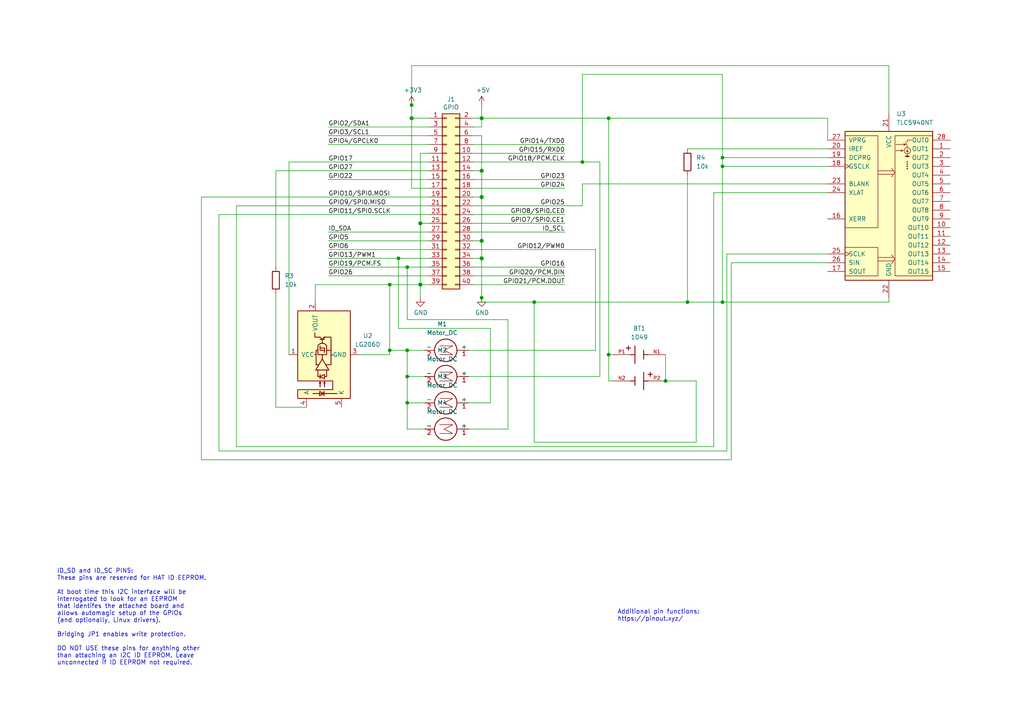
<source format=kicad_sch>
(kicad_sch (version 20231120) (generator "eeschema") (generator_version "8.0")
  (paper "A4")
  (title_block (date "15 nov 2012"))
  (lib_symbols
    (symbol "1049:1049" (pin_names (offset 1.016))
      (property "Reference" "BT" (at -3.81 8.89 0))
      (property "Value" "1049" (at -3.81 -7.62 0))
      (symbol "1049_0_0"
        (polyline (pts (xy -3.81 6.985) (xy -2.54 6.985)) (stroke (width 0.254)))
        (polyline (pts (xy -3.175 7.62) (xy -3.175 6.35)) (stroke (width 0.254)))
        (polyline (pts (xy -1.27 -3.81) (xy -1.27 -2.54)) (stroke (width 0.254)))
        (polyline (pts (xy -1.27 -2.54) (xy -2.54 -2.54)) (stroke (width 0.254)))
        (polyline (pts (xy -1.27 -2.54) (xy -1.27 -1.27)) (stroke (width 0.254)))
        (polyline (pts (xy -1.27 5.08) (xy -2.54 5.08)) (stroke (width 0.254)))
        (polyline (pts (xy -1.27 5.08) (xy -1.27 2.54)) (stroke (width 0.254)))
        (polyline (pts (xy -1.27 7.62) (xy -1.27 5.08)) (stroke (width 0.254)))
        (polyline (pts (xy 1.27 -5.08) (xy 1.27 -2.54)) (stroke (width 0.254)))
        (polyline (pts (xy 1.27 -2.54) (xy 1.27 0)) (stroke (width 0.254)))
        (polyline (pts (xy 1.27 -2.54) (xy 2.54 -2.54)) (stroke (width 0.254)))
        (polyline (pts (xy 1.27 5.08) (xy 1.27 3.81)) (stroke (width 0.254)))
        (polyline (pts (xy 1.27 5.08) (xy 2.54 5.08)) (stroke (width 0.254)))
        (polyline (pts (xy 1.27 6.35) (xy 1.27 5.08)) (stroke (width 0.254)))
        (polyline (pts (xy 3.175 -1.27) (xy 3.175 0)) (stroke (width 0.254)))
        (polyline (pts (xy 3.81 -0.635) (xy 2.54 -0.635)) (stroke (width 0.254)))
        (pin passive line (at 7.62 5.08 180) (length 5.08) (name "~") (number "N1"))
        (pin passive line (at -7.62 -2.54 0) (length 5.08) (name "~") (number "N2"))
        (pin passive line (at -7.62 5.08 0) (length 5.08) (name "~") (number "P1"))
        (pin passive line (at 7.62 -2.54 180) (length 5.08) (name "~") (number "P2"))
      )
    )
    (symbol "Connector_Generic:Conn_02x20_Odd_Even" (pin_names (offset 1.016) hide)
      (property "Reference" "J" (at 1.27 25.4 0))
      (property "Value" "Conn_02x20_Odd_Even" (at 1.27 -27.94 0))
      (symbol "Conn_02x20_Odd_Even_1_1"
        (rectangle (start -1.27 -25.273) (end 0 -25.527) (stroke (width 0.1524)))
        (rectangle (start -1.27 -22.733) (end 0 -22.987) (stroke (width 0.1524)))
        (rectangle (start -1.27 -20.193) (end 0 -20.447) (stroke (width 0.1524)))
        (rectangle (start -1.27 -17.653) (end 0 -17.907) (stroke (width 0.1524)))
        (rectangle (start -1.27 -15.113) (end 0 -15.367) (stroke (width 0.1524)))
        (rectangle (start -1.27 -12.573) (end 0 -12.827) (stroke (width 0.1524)))
        (rectangle (start -1.27 -10.033) (end 0 -10.287) (stroke (width 0.1524)))
        (rectangle (start -1.27 -7.493) (end 0 -7.747) (stroke (width 0.1524)))
        (rectangle (start -1.27 -4.953) (end 0 -5.207) (stroke (width 0.1524)))
        (rectangle (start -1.27 -2.413) (end 0 -2.667) (stroke (width 0.1524)))
        (rectangle (start -1.27 0.127) (end 0 -0.127) (stroke (width 0.1524)))
        (rectangle (start -1.27 2.667) (end 0 2.413) (stroke (width 0.1524)))
        (rectangle (start -1.27 5.207) (end 0 4.953) (stroke (width 0.1524)))
        (rectangle (start -1.27 7.747) (end 0 7.493) (stroke (width 0.1524)))
        (rectangle (start -1.27 10.287) (end 0 10.033) (stroke (width 0.1524)))
        (rectangle (start -1.27 12.827) (end 0 12.573) (stroke (width 0.1524)))
        (rectangle (start -1.27 15.367) (end 0 15.113) (stroke (width 0.1524)))
        (rectangle (start -1.27 17.907) (end 0 17.653) (stroke (width 0.1524)))
        (rectangle (start -1.27 20.447) (end 0 20.193) (stroke (width 0.1524)))
        (rectangle (start -1.27 22.987) (end 0 22.733) (stroke (width 0.1524)))
        (rectangle (start -1.27 24.13) (end 3.81 -26.67) (stroke (width 0.254)) (fill (type background)))
        (rectangle (start 3.81 -25.273) (end 2.54 -25.527) (stroke (width 0.1524)))
        (rectangle (start 3.81 -22.733) (end 2.54 -22.987) (stroke (width 0.1524)))
        (rectangle (start 3.81 -20.193) (end 2.54 -20.447) (stroke (width 0.1524)))
        (rectangle (start 3.81 -17.653) (end 2.54 -17.907) (stroke (width 0.1524)))
        (rectangle (start 3.81 -15.113) (end 2.54 -15.367) (stroke (width 0.1524)))
        (rectangle (start 3.81 -12.573) (end 2.54 -12.827) (stroke (width 0.1524)))
        (rectangle (start 3.81 -10.033) (end 2.54 -10.287) (stroke (width 0.1524)))
        (rectangle (start 3.81 -7.493) (end 2.54 -7.747) (stroke (width 0.1524)))
        (rectangle (start 3.81 -4.953) (end 2.54 -5.207) (stroke (width 0.1524)))
        (rectangle (start 3.81 -2.413) (end 2.54 -2.667) (stroke (width 0.1524)))
        (rectangle (start 3.81 0.127) (end 2.54 -0.127) (stroke (width 0.1524)))
        (rectangle (start 3.81 2.667) (end 2.54 2.413) (stroke (width 0.1524)))
        (rectangle (start 3.81 5.207) (end 2.54 4.953) (stroke (width 0.1524)))
        (rectangle (start 3.81 7.747) (end 2.54 7.493) (stroke (width 0.1524)))
        (rectangle (start 3.81 10.287) (end 2.54 10.033) (stroke (width 0.1524)))
        (rectangle (start 3.81 12.827) (end 2.54 12.573) (stroke (width 0.1524)))
        (rectangle (start 3.81 15.367) (end 2.54 15.113) (stroke (width 0.1524)))
        (rectangle (start 3.81 17.907) (end 2.54 17.653) (stroke (width 0.1524)))
        (rectangle (start 3.81 20.447) (end 2.54 20.193) (stroke (width 0.1524)))
        (rectangle (start 3.81 22.987) (end 2.54 22.733) (stroke (width 0.1524)))
        (pin passive line (at -5.08 22.86 0) (length 3.81) (name "Pin_1") (number "1"))
        (pin passive line (at 7.62 12.7 180) (length 3.81) (name "Pin_10") (number "10"))
        (pin passive line (at -5.08 10.16 0) (length 3.81) (name "Pin_11") (number "11"))
        (pin passive line (at 7.62 10.16 180) (length 3.81) (name "Pin_12") (number "12"))
        (pin passive line (at -5.08 7.62 0) (length 3.81) (name "Pin_13") (number "13"))
        (pin passive line (at 7.62 7.62 180) (length 3.81) (name "Pin_14") (number "14"))
        (pin passive line (at -5.08 5.08 0) (length 3.81) (name "Pin_15") (number "15"))
        (pin passive line (at 7.62 5.08 180) (length 3.81) (name "Pin_16") (number "16"))
        (pin passive line (at -5.08 2.54 0) (length 3.81) (name "Pin_17") (number "17"))
        (pin passive line (at 7.62 2.54 180) (length 3.81) (name "Pin_18") (number "18"))
        (pin passive line (at -5.08 0 0) (length 3.81) (name "Pin_19") (number "19"))
        (pin passive line (at 7.62 22.86 180) (length 3.81) (name "Pin_2") (number "2"))
        (pin passive line (at 7.62 0 180) (length 3.81) (name "Pin_20") (number "20"))
        (pin passive line (at -5.08 -2.54 0) (length 3.81) (name "Pin_21") (number "21"))
        (pin passive line (at 7.62 -2.54 180) (length 3.81) (name "Pin_22") (number "22"))
        (pin passive line (at -5.08 -5.08 0) (length 3.81) (name "Pin_23") (number "23"))
        (pin passive line (at 7.62 -5.08 180) (length 3.81) (name "Pin_24") (number "24"))
        (pin passive line (at -5.08 -7.62 0) (length 3.81) (name "Pin_25") (number "25"))
        (pin passive line (at 7.62 -7.62 180) (length 3.81) (name "Pin_26") (number "26"))
        (pin passive line (at -5.08 -10.16 0) (length 3.81) (name "Pin_27") (number "27"))
        (pin passive line (at 7.62 -10.16 180) (length 3.81) (name "Pin_28") (number "28"))
        (pin passive line (at -5.08 -12.7 0) (length 3.81) (name "Pin_29") (number "29"))
        (pin passive line (at -5.08 20.32 0) (length 3.81) (name "Pin_3") (number "3"))
        (pin passive line (at 7.62 -12.7 180) (length 3.81) (name "Pin_30") (number "30"))
        (pin passive line (at -5.08 -15.24 0) (length 3.81) (name "Pin_31") (number "31"))
        (pin passive line (at 7.62 -15.24 180) (length 3.81) (name "Pin_32") (number "32"))
        (pin passive line (at -5.08 -17.78 0) (length 3.81) (name "Pin_33") (number "33"))
        (pin passive line (at 7.62 -17.78 180) (length 3.81) (name "Pin_34") (number "34"))
        (pin passive line (at -5.08 -20.32 0) (length 3.81) (name "Pin_35") (number "35"))
        (pin passive line (at 7.62 -20.32 180) (length 3.81) (name "Pin_36") (number "36"))
        (pin passive line (at -5.08 -22.86 0) (length 3.81) (name "Pin_37") (number "37"))
        (pin passive line (at 7.62 -22.86 180) (length 3.81) (name "Pin_38") (number "38"))
        (pin passive line (at -5.08 -25.4 0) (length 3.81) (name "Pin_39") (number "39"))
        (pin passive line (at 7.62 20.32 180) (length 3.81) (name "Pin_4") (number "4"))
        (pin passive line (at 7.62 -25.4 180) (length 3.81) (name "Pin_40") (number "40"))
        (pin passive line (at -5.08 17.78 0) (length 3.81) (name "Pin_5") (number "5"))
        (pin passive line (at 7.62 17.78 180) (length 3.81) (name "Pin_6") (number "6"))
        (pin passive line (at -5.08 15.24 0) (length 3.81) (name "Pin_7") (number "7"))
        (pin passive line (at 7.62 15.24 180) (length 3.81) (name "Pin_8") (number "8"))
        (pin passive line (at -5.08 12.7 0) (length 3.81) (name "Pin_9") (number "9"))
      )
    )
    (symbol "Device:R" (pin_numbers hide) (pin_names (offset 0))
      (property "Reference" "R" (at 2.032 0 90))
      (property "Value" "R" (at 0 0 90))
      (symbol "R_0_1"
        (rectangle (start -1.016 -2.54) (end 1.016 2.54) (stroke (width 0.254)))
      )
      (symbol "R_1_1"
        (pin passive line (at 0 3.81 270) (length 1.27) (name "~") (number "1"))
        (pin passive line (at 0 -3.81 90) (length 1.27) (name "~") (number "2"))
      )
    )
    (symbol "Driver_LED:TLC5940NT" (pin_names (offset 1.016))
      (property "Reference" "U" (at -12.7 22.225 0))
      (property "Value" "TLC5940NT" (at 12.7 22.225 0))
      (symbol "TLC5940NT_0_1"
        (rectangle (start -12.7 -21.59) (end -3.175 -13.335))
        (rectangle (start -12.7 19.05) (end -3.175 -7.62))
        (rectangle (start -12.7 20.32) (end 12.7 -22.86) (stroke (width 0.254)) (fill (type background)))
        (polyline (pts (xy -3.175 -16.256) (xy 1.27 -16.256)))
        (polyline (pts (xy -3.175 8.89) (xy 1.27 8.89)))
        (polyline (pts (xy 1.27 -17.272) (xy -3.175 -17.272)))
        (polyline (pts (xy 1.27 7.874) (xy -3.175 7.874)))
        (polyline (pts (xy 1.778 -16.764) (xy 0.762 -18.034)))
        (polyline (pts (xy 1.778 -16.764) (xy 0.762 -15.494)))
        (polyline (pts (xy 1.778 8.382) (xy 0.762 7.112)))
        (polyline (pts (xy 1.778 8.382) (xy 0.762 9.652)))
        (polyline (pts (xy 5.334 13.716) (xy 5.334 13.208)))
        (polyline (pts (xy 5.334 14.224) (xy 5.588 14.732)))
        (polyline (pts (xy 5.334 15.24) (xy 5.334 14.224) (xy 5.08 14.732)))
        (polyline (pts (xy 5.334 15.748) (xy 5.334 16.002) (xy 4.826 17.272)))
        (polyline (pts (xy 5.334 17.272) (xy 5.334 17.78) (xy 6.604 17.78)))
        (polyline (pts (xy 2.032 14.732) (xy 4.064 14.732) (xy 3.556 14.986) (xy 4.064 14.732) (xy 3.556 14.478)))
        (polyline (pts (xy 2.032 16.51) (xy 4.826 16.51) (xy 4.318 16.764) (xy 4.826 16.51) (xy 4.318 16.256)))
        (rectangle (start 1.778 19.05) (end 12.7 -21.59))
        (rectangle (start 4.826 13.208) (end 5.842 12.954) (fill (type outline)))
        (circle (center 5.334 9.525) (radius 0.127) (fill (type outline)))
        (circle (center 5.334 10.16) (radius 0.127) (fill (type outline)))
        (circle (center 5.334 10.795) (radius 0.127) (fill (type outline)))
        (circle (center 5.334 11.43) (radius 0.127) (fill (type outline)))
        (circle (center 5.334 14.732) (radius 0.9144))
      )
      (symbol "TLC5940NT_1_1"
        (pin open_collector line (at 17.78 15.24 180) (length 5.08) (name "OUT1") (number "1"))
        (pin open_collector line (at 17.78 -7.62 180) (length 5.08) (name "OUT10") (number "10"))
        (pin open_collector line (at 17.78 -10.16 180) (length 5.08) (name "OUT11") (number "11"))
        (pin open_collector line (at 17.78 -12.7 180) (length 5.08) (name "OUT12") (number "12"))
        (pin open_collector line (at 17.78 -15.24 180) (length 5.08) (name "OUT13") (number "13"))
        (pin open_collector line (at 17.78 -17.78 180) (length 5.08) (name "OUT14") (number "14"))
        (pin open_collector line (at 17.78 -20.32 180) (length 5.08) (name "OUT15") (number "15"))
        (pin open_collector line (at -17.78 -5.08 0) (length 5.08) (name "XERR") (number "16"))
        (pin output line (at -17.78 -20.32 0) (length 5.08) (name "SOUT") (number "17"))
        (pin input clock (at -17.78 10.16 0) (length 5.08) (name "GSCLK") (number "18"))
        (pin input line (at -17.78 12.7 0) (length 5.08) (name "DCPRG") (number "19"))
        (pin open_collector line (at 17.78 12.7 180) (length 5.08) (name "OUT2") (number "2"))
        (pin input line (at -17.78 15.24 0) (length 5.08) (name "IREF") (number "20"))
        (pin power_in line (at 0 25.4 270) (length 5.08) (name "VCC") (number "21"))
        (pin power_in line (at 0 -27.94 90) (length 5.08) (name "GND") (number "22"))
        (pin input line (at -17.78 5.08 0) (length 5.08) (name "BLANK") (number "23"))
        (pin input line (at -17.78 2.54 0) (length 5.08) (name "XLAT") (number "24"))
        (pin input clock (at -17.78 -15.24 0) (length 5.08) (name "SCLK") (number "25"))
        (pin input line (at -17.78 -17.78 0) (length 5.08) (name "SIN") (number "26"))
        (pin input line (at -17.78 17.78 0) (length 5.08) (name "VPRG") (number "27"))
        (pin open_collector line (at 17.78 17.78 180) (length 5.08) (name "OUT0") (number "28"))
        (pin open_collector line (at 17.78 10.16 180) (length 5.08) (name "OUT3") (number "3"))
        (pin open_collector line (at 17.78 7.62 180) (length 5.08) (name "OUT4") (number "4"))
        (pin open_collector line (at 17.78 5.08 180) (length 5.08) (name "OUT5") (number "5"))
        (pin open_collector line (at 17.78 2.54 180) (length 5.08) (name "OUT6") (number "6"))
        (pin open_collector line (at 17.78 0 180) (length 5.08) (name "OUT7") (number "7"))
        (pin open_collector line (at 17.78 -2.54 180) (length 5.08) (name "OUT8") (number "8"))
        (pin open_collector line (at 17.78 -5.08 180) (length 5.08) (name "OUT9") (number "9"))
      )
    )
    (symbol "Motor:Motor_DC" (pin_names (offset 0))
      (property "Reference" "M" (at 2.54 2.54 0))
      (property "Value" "Motor_DC" (at 2.54 -5.08 0))
      (symbol "Motor_DC_0_0"
        (polyline (pts (xy -1.27 -3.302) (xy -1.27 0.508) (xy 0 -2.032) (xy 1.27 0.508) (xy 1.27 -3.302)))
      )
      (symbol "Motor_DC_0_1"
        (circle (center 0 -1.524) (radius 3.2512) (stroke (width 0.254)))
        (polyline (pts (xy 0 -7.62) (xy 0 -7.112)))
        (polyline (pts (xy 0 -4.7752) (xy 0 -5.1816)))
        (polyline (pts (xy 0 1.7272) (xy 0 2.0828)))
        (polyline (pts (xy 0 2.032) (xy 0 2.54)))
      )
      (symbol "Motor_DC_1_1"
        (pin passive line (at 0 5.08 270) (length 2.54) (name "+") (number "1"))
        (pin passive line (at 0 -7.62 90) (length 2.54) (name "-") (number "2"))
      )
    )
    (symbol "Sensor_Proximity:LG206D" (pin_names (offset 1.016))
      (property "Reference" "U" (at -11.43 8.89 0))
      (property "Value" "LG206D" (at 3.556 8.89 0))
      (symbol "LG206D_0_1"
        (polyline (pts (xy -11.9126 0) (xy -10.6426 0)) (stroke (width 0.254)))
        (polyline (pts (xy -11.2776 -3.81) (xy -11.2776 3.175)) (stroke (width 0.254)))
        (polyline (pts (xy -6.985 1.143) (xy -5.715 1.143)) (stroke (width 0.254)))
        (polyline (pts (xy -2.921 1.524) (xy -2.921 2.286)) (stroke (width 0.254)))
        (polyline (pts (xy -2.921 2.286) (xy 1.27 2.286)) (stroke (width 0.254)))
        (polyline (pts (xy -1.27 0.508) (xy 0 0.508)) (stroke (width 0.254)))
        (polyline (pts (xy -0.1016 -2.5146) (xy -0.1016 -2.0828)) (stroke (width 0.254)))
        (polyline (pts (xy 0 1.778) (xy 2.54 1.778)) (stroke (width 0.254)))
        (polyline (pts (xy 0.0254 2.3114) (xy 0.0254 2.7178)) (stroke (width 0.254)))
        (polyline (pts (xy 1.27 1.9304) (xy 1.27 2.286)) (stroke (width 0.254)))
        (polyline (pts (xy 3.175 0.508) (xy 4.445 0.508)) (stroke (width 0.254)))
        (polyline (pts (xy 4.445 0.508) (xy 5.08 -0.127)) (stroke (width 0.254)))
        (polyline (pts (xy 4.445 0.508) (xy 5.08 1.143)) (stroke (width 0.254)))
        (polyline (pts (xy 4.445 1.143) (xy 4.445 -0.127)) (stroke (width 0.254)))
        (polyline (pts (xy -9.3472 -0.127) (xy -7.8232 -0.127) (xy -8.2296 0.0762)) (stroke (width 0.254)))
        (polyline (pts (xy -9.3472 1.143) (xy -7.8232 1.143) (xy -8.2296 1.3462)) (stroke (width 0.254)))
        (polyline (pts (xy -8.2296 0.0762) (xy -8.2296 -0.3302) (xy -7.8232 -0.127)) (stroke (width 0.254)))
        (polyline (pts (xy -8.2296 1.3462) (xy -8.2296 0.9398) (xy -7.8232 1.143)) (stroke (width 0.254)))
        (polyline (pts (xy -6.35 -0.127) (xy -6.35 -0.762) (xy -4.445 -0.762)) (stroke (width 0.254)))
        (polyline (pts (xy -6.35 1.143) (xy -6.35 1.778) (xy -4.445 1.778)) (stroke (width 0.254)))
        (polyline (pts (xy 0 1.778) (xy 0 -0.762) (xy 2.54 -0.762)) (stroke (width 0.254)))
        (polyline (pts (xy 1.27 -2.032) (xy -2.921 -2.032) (xy -2.921 -0.508)) (stroke (width 0.254)))
        (polyline (pts (xy 1.905 1.143) (xy 1.27 1.143) (xy 1.27 -0.127)) (stroke (width 0.254)))
        (polyline (pts (xy 5.08 1.143) (xy 5.08 2.667) (xy 6.35 2.667)) (stroke (width 0.254)))
        (polyline (pts (xy -11.9126 1.27) (xy -10.6426 1.27) (xy -11.2776 0) (xy -11.9126 1.27)) (stroke (width 0.254)))
        (polyline (pts (xy -6.985 -0.127) (xy -5.715 -0.127) (xy -6.35 1.143) (xy -6.985 -0.127)) (stroke (width 0.254)))
        (polyline (pts (xy -4.445 2.413) (xy -4.445 -1.397) (xy -1.27 0.508) (xy -4.445 2.413)) (stroke (width 0.254)))
        (polyline (pts (xy 0.635 -0.127) (xy 1.905 -0.127) (xy 1.905 1.143) (xy 2.54 1.143)) (stroke (width 0.254)))
        (polyline (pts (xy 1.27 -0.762) (xy 1.27 -2.032) (xy 5.08 -2.032) (xy 5.08 -0.127)) (stroke (width 0.254)))
        (polyline (pts (xy 5.08 -0.127) (xy 4.826 -0.0762) (xy 5.0292 0.127) (xy 5.08 -0.127)) (stroke (width 0.254)))
        (polyline (pts (xy -12.7 -7.62) (xy 12.7 -7.62) (xy 12.7 7.62) (xy -7.62 7.62) (xy -7.62 -2.54) (xy -10.16 -2.54) (xy -10.16 7.62) (xy -12.7 7.62) (xy -12.7 -7.62)) (stroke (width 0.254)) (fill (type background)))
        (arc (start 2.54 -0.762) (mid 3.3249 0.508) (end 2.54 1.778) (stroke (width 0.254)))
      )
      (symbol "LG206D_1_1"
        (pin power_in line (at 0 10.16 270) (length 2.54) (name "VCC") (number "1"))
        (pin open_collector line (at 15.24 2.54 180) (length 2.54) (name "VOUT") (number "2"))
        (pin power_in line (at 0 -10.16 90) (length 2.54) (name "GND") (number "3"))
        (pin passive line (at -15.24 5.08 0) (length 2.54) (name "A") (number "4"))
        (pin passive line (at -15.24 -5.08 0) (length 2.54) (name "K") (number "5"))
      )
    )
    (symbol "power:+3.3V" (power) (pin_names (offset 0))
      (property "Value" "+3.3V" (at 0 3.556 0))
      (symbol "+3.3V_0_1"
        (polyline (pts (xy -0.762 1.27) (xy 0 2.54)))
        (polyline (pts (xy 0 0) (xy 0 2.54)))
        (polyline (pts (xy 0 2.54) (xy 0.762 1.27)))
      )
      (symbol "+3.3V_1_1"
        (pin power_in line (at 0 0 90) (length 0) hide (name "+3V3") (number "1"))
      )
    )
    (symbol "power:+5V" (power) (pin_names (offset 0))
      (property "Value" "+5V" (at 0 3.556 0))
      (symbol "+5V_0_1"
        (polyline (pts (xy -0.762 1.27) (xy 0 2.54)))
        (polyline (pts (xy 0 0) (xy 0 2.54)))
        (polyline (pts (xy 0 2.54) (xy 0.762 1.27)))
      )
      (symbol "+5V_1_1"
        (pin power_in line (at 0 0 90) (length 0) hide (name "+5V") (number "1"))
      )
    )
    (symbol "power:GND" (power) (pin_names (offset 0))
      (property "Value" "GND" (at 0 -3.81 0))
      (symbol "GND_0_1"
        (polyline (pts (xy 0 0) (xy 0 -1.27) (xy 1.27 -1.27) (xy 0 -2.54) (xy -1.27 -1.27) (xy 0 -1.27)))
      )
      (symbol "GND_1_1"
        (pin power_in line (at 0 0 270) (length 0) hide (name "GND") (number "1"))
      )
    )
  )
  (junction (at 209.55 45.72))
  (junction (at 139.7 34.29) (diameter 1.016))
  (junction (at 139.7 49.53) (diameter 1.016))
  (junction (at 193.04 110.49))
  (junction (at 139.7 86.36))
  (junction (at 154.94 87.63))
  (junction (at 113.03 101.6))
  (junction (at 118.11 77.47))
  (junction (at 118.11 109.22))
  (junction (at 209.55 48.26))
  (junction (at 121.92 82.55) (diameter 1.016))
  (junction (at 176.53 102.87))
  (junction (at 121.92 64.77) (diameter 1.016))
  (junction (at 176.53 34.29))
  (junction (at 139.7 74.93) (diameter 1.016))
  (junction (at 168.91 46.99))
  (junction (at 209.55 87.63))
  (junction (at 115.57 74.93))
  (junction (at 118.11 101.6))
  (junction (at 139.7 69.85) (diameter 1.016))
  (junction (at 139.7 57.15) (diameter 1.016))
  (junction (at 119.38 30.48))
  (junction (at 113.03 82.55))
  (junction (at 118.11 116.84))
  (junction (at 199.39 87.63))
  (junction (at 119.38 34.29) (diameter 1.016))
  (wire (pts (xy 121.92 64.77) (xy 121.92 82.55)))
  (wire (pts (xy 137.16 64.77) (xy 163.83 64.77)))
  (wire (pts (xy 91.44 82.55) (xy 113.03 82.55)))
  (wire (pts (xy 118.11 109.22) (xy 118.11 101.6)))
  (wire (pts (xy 139.7 39.37) (xy 139.7 49.53)))
  (wire (pts (xy 139.7 57.15) (xy 137.16 57.15)))
  (wire (pts (xy 135.89 101.6) (xy 172.72 101.6)))
  (wire (pts (xy 212.09 76.2) (xy 212.09 133.35)))
  (wire (pts (xy 139.7 69.85) (xy 139.7 74.93)))
  (wire (pts (xy 176.53 34.29) (xy 240.03 34.29)))
  (wire (pts (xy 80.01 49.53) (xy 124.46 49.53)))
  (wire (pts (xy 139.7 57.15) (xy 139.7 69.85)))
  (wire (pts (xy 137.16 41.91) (xy 163.83 41.91)))
  (wire (pts (xy 209.55 48.26) (xy 209.55 87.63)))
  (wire (pts (xy 121.92 44.45) (xy 121.92 64.77)))
  (wire (pts (xy 115.57 74.93) (xy 95.25 74.93)))
  (wire (pts (xy 176.53 34.29) (xy 176.53 102.87)))
  (wire (pts (xy 172.72 101.6) (xy 172.72 72.39)))
  (wire (pts (xy 121.92 44.45) (xy 124.46 44.45)))
  (wire (pts (xy 118.11 77.47) (xy 124.46 77.47)))
  (wire (pts (xy 83.82 46.99) (xy 124.46 46.99)))
  (wire (pts (xy 137.16 62.23) (xy 163.83 62.23)))
  (wire (pts (xy 124.46 67.31) (xy 95.25 67.31)))
  (wire (pts (xy 113.03 102.87) (xy 113.03 101.6)))
  (wire (pts (xy 95.25 69.85) (xy 124.46 69.85)))
  (wire (pts (xy 123.19 109.22) (xy 118.11 109.22)))
  (wire (pts (xy 88.9 118.11) (xy 80.01 118.11)))
  (wire (pts (xy 80.01 77.47) (xy 80.01 49.53)))
  (wire (pts (xy 199.39 87.63) (xy 209.55 87.63)))
  (wire (pts (xy 58.42 133.35) (xy 58.42 57.15)))
  (wire (pts (xy 121.92 64.77) (xy 124.46 64.77)))
  (wire (pts (xy 168.91 21.59) (xy 168.91 46.99)))
  (wire (pts (xy 139.7 87.63) (xy 154.94 87.63)))
  (wire (pts (xy 119.38 30.48) (xy 119.38 34.29)))
  (wire (pts (xy 257.81 33.02) (xy 257.81 19.05)))
  (wire (pts (xy 137.16 52.07) (xy 163.83 52.07)))
  (wire (pts (xy 91.44 87.63) (xy 91.44 82.55)))
  (wire (pts (xy 209.55 21.59) (xy 168.91 21.59)))
  (wire (pts (xy 257.81 87.63) (xy 209.55 87.63)))
  (wire (pts (xy 118.11 92.71) (xy 118.11 77.47)))
  (wire (pts (xy 137.16 82.55) (xy 163.83 82.55)))
  (wire (pts (xy 121.92 82.55) (xy 121.92 86.36)))
  (wire (pts (xy 119.38 19.05) (xy 119.38 30.48)))
  (wire (pts (xy 147.32 92.71) (xy 118.11 92.71)))
  (wire (pts (xy 139.7 74.93) (xy 137.16 74.93)))
  (wire (pts (xy 104.14 102.87) (xy 113.03 102.87)))
  (wire (pts (xy 95.25 39.37) (xy 124.46 39.37)))
  (wire (pts (xy 209.55 45.72) (xy 209.55 48.26)))
  (wire (pts (xy 154.94 128.27) (xy 154.94 87.63)))
  (wire (pts (xy 176.53 110.49) (xy 176.53 102.87)))
  (wire (pts (xy 119.38 54.61) (xy 124.46 54.61)))
  (wire (pts (xy 240.03 73.66) (xy 210.82 73.66)))
  (wire (pts (xy 124.46 36.83) (xy 95.25 36.83)))
  (wire (pts (xy 139.7 34.29) (xy 139.7 36.83)))
  (wire (pts (xy 168.91 53.34) (xy 168.91 59.69)))
  (wire (pts (xy 257.81 86.36) (xy 257.81 87.63)))
  (wire (pts (xy 139.7 49.53) (xy 139.7 57.15)))
  (wire (pts (xy 118.11 116.84) (xy 123.19 116.84)))
  (wire (pts (xy 137.16 46.99) (xy 168.91 46.99)))
  (wire (pts (xy 139.7 49.53) (xy 137.16 49.53)))
  (wire (pts (xy 139.7 30.48) (xy 139.7 34.29)))
  (wire (pts (xy 113.03 82.55) (xy 121.92 82.55)))
  (wire (pts (xy 68.58 59.69) (xy 124.46 59.69)))
  (wire (pts (xy 95.25 41.91) (xy 124.46 41.91)))
  (wire (pts (xy 240.03 53.34) (xy 168.91 53.34)))
  (wire (pts (xy 139.7 34.29) (xy 137.16 34.29)))
  (wire (pts (xy 119.38 34.29) (xy 119.38 54.61)))
  (wire (pts (xy 199.39 43.18) (xy 240.03 43.18)))
  (wire (pts (xy 137.16 54.61) (xy 163.83 54.61)))
  (wire (pts (xy 137.16 44.45) (xy 163.83 44.45)))
  (wire (pts (xy 240.03 76.2) (xy 212.09 76.2)))
  (wire (pts (xy 95.25 52.07) (xy 124.46 52.07)))
  (wire (pts (xy 123.19 101.6) (xy 118.11 101.6)))
  (wire (pts (xy 209.55 21.59) (xy 209.55 45.72)))
  (wire (pts (xy 173.99 109.22) (xy 173.99 46.99)))
  (wire (pts (xy 147.32 124.46) (xy 147.32 92.71)))
  (wire (pts (xy 154.94 128.27) (xy 201.93 128.27)))
  (wire (pts (xy 63.5 130.81) (xy 63.5 62.23)))
  (wire (pts (xy 95.25 72.39) (xy 124.46 72.39)))
  (wire (pts (xy 142.24 95.25) (xy 115.57 95.25)))
  (wire (pts (xy 139.7 36.83) (xy 137.16 36.83)))
  (wire (pts (xy 193.04 110.49) (xy 201.93 110.49)))
  (wire (pts (xy 142.24 116.84) (xy 142.24 95.25)))
  (wire (pts (xy 210.82 130.81) (xy 63.5 130.81)))
  (wire (pts (xy 118.11 101.6) (xy 113.03 101.6)))
  (wire (pts (xy 95.25 77.47) (xy 118.11 77.47)))
  (wire (pts (xy 201.93 110.49) (xy 201.93 128.27)))
  (wire (pts (xy 58.42 57.15) (xy 124.46 57.15)))
  (wire (pts (xy 63.5 62.23) (xy 124.46 62.23)))
  (wire (pts (xy 137.16 77.47) (xy 163.83 77.47)))
  (wire (pts (xy 257.81 19.05) (xy 119.38 19.05)))
  (wire (pts (xy 137.16 72.39) (xy 172.72 72.39)))
  (wire (pts (xy 121.92 82.55) (xy 124.46 82.55)))
  (wire (pts (xy 135.89 124.46) (xy 147.32 124.46)))
  (wire (pts (xy 118.11 124.46) (xy 118.11 116.84)))
  (wire (pts (xy 199.39 50.8) (xy 199.39 87.63)))
  (wire (pts (xy 137.16 80.01) (xy 163.83 80.01)))
  (wire (pts (xy 240.03 45.72) (xy 209.55 45.72)))
  (wire (pts (xy 193.04 102.87) (xy 193.04 110.49)))
  (wire (pts (xy 139.7 39.37) (xy 137.16 39.37)))
  (wire (pts (xy 240.03 55.88) (xy 207.01 55.88)))
  (wire (pts (xy 95.25 80.01) (xy 124.46 80.01)))
  (wire (pts (xy 139.7 86.36) (xy 139.7 87.63)))
  (wire (pts (xy 135.89 109.22) (xy 173.99 109.22)))
  (wire (pts (xy 240.03 34.29) (xy 240.03 40.64)))
  (wire (pts (xy 118.11 116.84) (xy 118.11 109.22)))
  (wire (pts (xy 80.01 118.11) (xy 80.01 85.09)))
  (wire (pts (xy 154.94 87.63) (xy 199.39 87.63)))
  (wire (pts (xy 123.19 124.46) (xy 118.11 124.46)))
  (wire (pts (xy 212.09 133.35) (xy 58.42 133.35)))
  (wire (pts (xy 210.82 73.66) (xy 210.82 130.81)))
  (wire (pts (xy 83.82 102.87) (xy 83.82 46.99)))
  (wire (pts (xy 135.89 116.84) (xy 142.24 116.84)))
  (wire (pts (xy 115.57 95.25) (xy 115.57 74.93)))
  (wire (pts (xy 207.01 55.88) (xy 207.01 129.54)))
  (wire (pts (xy 139.7 74.93) (xy 139.7 86.36)))
  (wire (pts (xy 137.16 59.69) (xy 168.91 59.69)))
  (wire (pts (xy 124.46 74.93) (xy 115.57 74.93)))
  (wire (pts (xy 207.01 129.54) (xy 68.58 129.54)))
  (wire (pts (xy 139.7 69.85) (xy 137.16 69.85)))
  (wire (pts (xy 119.38 34.29) (xy 124.46 34.29)))
  (wire (pts (xy 240.03 48.26) (xy 209.55 48.26)))
  (wire (pts (xy 113.03 101.6) (xy 113.03 82.55)))
  (wire (pts (xy 173.99 46.99) (xy 168.91 46.99)))
  (wire (pts (xy 176.53 102.87) (xy 177.8 102.87)))
  (wire (pts (xy 137.16 67.31) (xy 163.83 67.31)))
  (wire (pts (xy 139.7 34.29) (xy 176.53 34.29)))
  (wire (pts (xy 68.58 129.54) (xy 68.58 59.69)))
  (wire (pts (xy 177.8 110.49) (xy 176.53 110.49)))
  (text "Additional pin functions:\nhttps://pinout.xyz/" (at 179.07 180.34 0) (effects (font (size 1.27 1.27)) (justify left bottom)))
  (text "ID_SD and ID_SC PINS:\nThese pins are reserved for HAT ID EEPROM.\n\nAt boot time this I2C interface will be\ninterrogated to look for an EEPROM\nthat identifes the attached board and\nallows automagic setup of the GPIOs\n(and optionally, Linux drivers).\n\nBridging JP1 enables write protection.\n\nDO NOT USE these pins for anything other\nthan attaching an I2C ID EEPROM. Leave\nunconnected if ID EEPROM not required." (at 16.51 193.04 0) (effects (font (size 1.27 1.27)) (justify left bottom)))
  (label "ID_SDA" (at 95.25 67.31 0))
  (label "GPIO6" (at 95.25 72.39 0))
  (label "ID_SCL" (at 163.83 67.31 180))
  (label "GPIO5" (at 95.25 69.85 0))
  (label "GPIO21{slash}PCM.DOUT" (at 163.83 82.55 180))
  (label "GPIO19{slash}PCM.FS" (at 95.25 77.47 0))
  (label "GPIO10{slash}SPI0.MOSI" (at 95.25 57.15 0))
  (label "GPIO9{slash}SPI0.MISO" (at 95.25 59.69 0))
  (label "GPIO23" (at 163.83 52.07 180))
  (label "GPIO4{slash}GPCLK0" (at 95.25 41.91 0))
  (label "GPIO27" (at 95.25 49.53 0))
  (label "GPIO26" (at 95.25 80.01 0))
  (label "GPIO14{slash}TXD0" (at 163.83 41.91 180))
  (label "GPIO8{slash}SPI0.CE0" (at 163.83 62.23 180))
  (label "GPIO15{slash}RXD0" (at 163.83 44.45 180))
  (label "GPIO16" (at 163.83 77.47 180))
  (label "GPIO22" (at 95.25 52.07 0))
  (label "GPIO2{slash}SDA1" (at 95.25 36.83 0))
  (label "GPIO17" (at 95.25 46.99 0))
  (label "GPIO25" (at 163.83 59.69 180))
  (label "GPIO3{slash}SCL1" (at 95.25 39.37 0))
  (label "GPIO18{slash}PCM.CLK" (at 163.83 46.99 180))
  (label "GPIO12{slash}PWM0" (at 163.83 72.39 180))
  (label "GPIO13{slash}PWM1" (at 95.25 74.93 0))
  (label "GPIO20{slash}PCM.DIN" (at 163.83 80.01 180))
  (label "GPIO24" (at 163.83 54.61 180))
  (label "GPIO7{slash}SPI0.CE1" (at 163.83 64.77 180))
  (label "GPIO11{slash}SPI0.SCLK" (at 95.25 62.23 0))
  (symbol (lib_id "power:+5V") (at 139.7 30.48 0) (unit 1)
    (property "Reference" "#PWR01" (effects (hide yes)))
    (property "Value" "+5V" (at 140.0683 26.1556 0))
  )
  (symbol (lib_id "power:+3.3V") (at 119.38 30.48 0) (unit 1)
    (property "Reference" "#PWR04" (effects (hide yes)))
    (property "Value" "+3V3" (at 119.7483 26.1556 0))
  )
  (symbol (lib_id "power:GND") (at 139.7 86.36 0) (unit 1)
    (property "Reference" "#PWR02" (effects (hide yes)))
    (property "Value" "GND" (at 139.8143 90.6844 0))
  )
  (symbol (lib_id "power:GND") (at 121.92 86.36 0) (unit 1)
    (property "Reference" "#PWR03" (effects (hide yes)))
    (property "Value" "GND" (at 122.0343 90.6844 0))
  )
  (symbol (lib_id "Connector_Generic:Conn_02x20_Odd_Even") (at 129.54 57.15 0) (unit 1)
    (property "Reference" "J1" (at 130.81 28.8098 0))
    (property "Value" "GPIO" (at 130.81 31.115 0))
    (property "Footprint" "Connector_PinSocket_2.54mm:PinSocket_2x20_P2.54mm_Vertical" (effects (hide yes)))
  )
  (symbol (lib_id "1049:1049") (at 185.42 107.95 0) (unit 1)
    (property "Reference" "BT1" (at 185.42 95.25 0))
    (property "Value" "1049" (at 185.42 97.79 0))
    (property "Footprint" "1049:BAT_1049" (effects (hide yes)))
    (property "MF" "Keystone Electronics" (effects (hide yes)))
    (property "MAXIMUM_PACKAGE_HEIGHT" "15.1mm" (effects (hide yes)))
    (property "Package" "None" (effects (hide yes)))
    (property "Price" "None" (effects (hide yes)))
    (property "Check_prices" "https://www.snapeda.com/parts/1049/Keystone+Electronics/view-part/?ref=eda" (effects (hide yes)))
    (property "STANDARD" "Manufacturer Recommendations" (effects (hide yes)))
    (property "PARTREV" "F" (effects (hide yes)))
    (property "SnapEDA_Link" "https://www.snapeda.com/parts/1049/Keystone+Electronics/view-part/?ref=snap" (effects (hide yes)))
    (property "MP" "1049" (effects (hide yes)))
    (property "Purchase-URL" "https://www.snapeda.com/api/url_track_click_mouser/?unipart_id=5529224&manufacturer=Keystone Electronics&part_name=1049&search_term=18650 battery" (effects (hide yes)))
    (property "Description_1" "\nTHM Holder for Dual 18650 Batteries\n" (effects (hide yes)))
    (property "MANUFACTURER" "Keystone" (effects (hide yes)))
    (property "Availability" "Not in stock" (effects (hide yes)))
    (property "SNAPEDA_PN" "109" (effects (hide yes)))
  )
  (symbol (lib_id "Motor:Motor_DC") (at 130.81 109.22 270) (unit 1)
    (property "Reference" "M2" (at 128.27 101.6 90))
    (property "Value" "Motor_DC" (at 128.27 104.14 90))
    (property "Footprint" "HD-EMB1305-SC:PUI_HD-EMB1305-SC" (effects (hide yes)))
    (property "Description" "DC Motor" (effects (hide yes)))
  )
  (symbol (lib_id "Device:R") (at 199.39 46.99 180) (unit 1)
    (property "Reference" "R4" (at 201.93 45.7199 0) (effects (justify right)))
    (property "Value" "10k" (at 201.93 48.2599 0) (effects (justify right)))
    (property "Footprint" "Resistor_SMD:R_0201_0603Metric" (effects (hide yes)))
    (property "Description" "Resistor" (effects (hide yes)))
  )
  (symbol (lib_id "Sensor_Proximity:LG206D") (at 93.98 102.87 90) (unit 1)
    (property "Reference" "U2" (at 106.68 97.3738 90))
    (property "Value" "LG206D" (at 106.68 99.9138 90))
    (property "Footprint" "OptoDevice:Kodenshi_LG206D" (effects (hide yes)))
    (property "Datasheet" "http://kodenshi.co.jp/products/pdf/sensor/photointerrupter_ic/LG206D.pdf" (effects (hide yes)))
    (property "Description" "Photointerrupter infrared LED with photo IC, non-inverting output, -0.5V to 17V VDD, -20 to +85 degree Celsius, LG206D" (effects (hide yes)))
  )
  (symbol (lib_id "Driver_LED:TLC5940NT") (at 257.81 58.42 0) (unit 1)
    (property "Reference" "U3" (at 260.0041 33.02 0) (effects (justify left)))
    (property "Value" "TLC5940NT" (at 260.0041 35.56 0) (effects (justify left)))
    (property "Footprint" "Package_DIP:DIP-28_W7.62mm" (effects (hide yes)))
    (property "Datasheet" "http://www.ti.com/lit/ds/symlink/tlc5940.pdf" (effects (hide yes)))
    (property "Description" "16-Channel LED Driver With DOT Correction and Grayscale PWM Control, DIP package" (effects (hide yes)))
  )
  (symbol (lib_id "Motor:Motor_DC") (at 130.81 116.84 270) (unit 1)
    (property "Reference" "M3" (at 128.27 109.22 90))
    (property "Value" "Motor_DC" (at 128.27 111.76 90))
    (property "Description" "DC Motor" (effects (hide yes)))
  )
  (symbol (lib_id "Motor:Motor_DC") (at 130.81 101.6 270) (unit 1)
    (property "Reference" "M1" (at 128.27 93.98 90))
    (property "Value" "Motor_DC" (at 128.27 96.52 90))
    (property "Footprint" "HD-EMB1305-SC:PUI_HD-EMB1305-SC" (effects (hide yes)))
    (property "Description" "DC Motor" (effects (hide yes)))
  )
  (symbol (lib_id "Motor:Motor_DC") (at 130.81 124.46 270) (unit 1)
    (property "Reference" "M4" (at 128.27 116.84 90))
    (property "Value" "Motor_DC" (at 128.27 119.38 90))
    (property "Description" "DC Motor" (effects (hide yes)))
  )
  (symbol (lib_id "Device:R") (at 80.01 81.28 0) (unit 1)
    (property "Reference" "R3" (at 82.55 80.0099 0) (effects (justify left)))
    (property "Value" "10k" (at 82.55 82.5499 0) (effects (justify left)))
    (property "Footprint" "Resistor_SMD:R_0201_0603Metric" (effects (hide yes)))
    (property "Description" "Resistor" (effects (hide yes)))
  )
)
</source>
